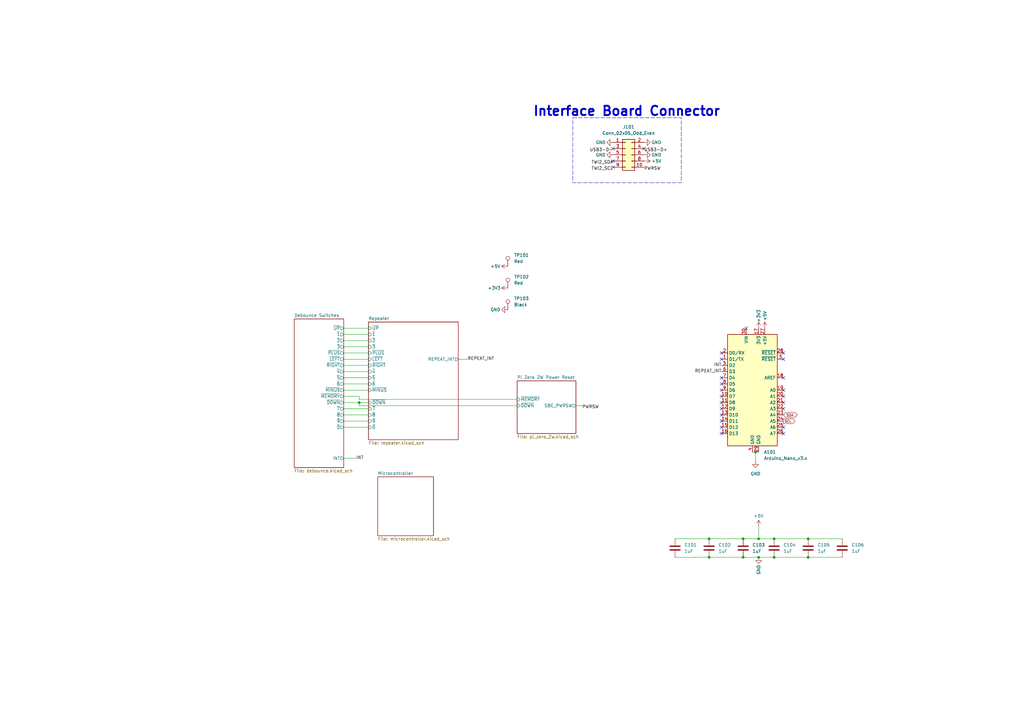
<source format=kicad_sch>
(kicad_sch (version 20250114) (generator "eeschema") (generator_version "9.0")
  (paper "A3")
  (title_block (title "MEP MAXI 85V-1 REV 2 Keypad") (date "2025-02-01") (rev "X1") (company "McMillan Enterprises") (comment 1 "Firmware: Connor McMillan (connor@mcmillan.website)") (comment 2 "Hardware &"))
  (lib_symbols
    (symbol "Connector:TestPoint" (pin_numbers (hide yes)) (pin_names (offset 0.762) (hide yes))
      (property "Reference" "TP" (at 0 6.858 0))
      (property "Value" "TestPoint" (at 0 5.08 0))
      (symbol "TestPoint_0_1"
        (circle (center 0 3.302) (radius 0.762))
      )
      (symbol "TestPoint_1_1"
        (pin passive line (at 0 0 90) (length 2.54) (name "1") (number "1"))
      )
    )
    (symbol "Connector_Generic:Conn_02x05_Odd_Even" (pin_names (offset 1.016) (hide yes))
      (property "Reference" "J" (at 1.27 7.62 0))
      (property "Value" "Conn_02x05_Odd_Even" (at 1.27 -7.62 0))
      (symbol "Conn_02x05_Odd_Even_1_1"
        (rectangle (start -1.27 6.35) (end 3.81 -6.35) (stroke (width 0.254)) (fill (type background)))
        (rectangle (start -1.27 5.207) (end 0 4.953) (stroke (width 0.1524)))
        (rectangle (start -1.27 2.667) (end 0 2.413) (stroke (width 0.1524)))
        (rectangle (start -1.27 0.127) (end 0 -0.127) (stroke (width 0.1524)))
        (rectangle (start -1.27 -2.413) (end 0 -2.667) (stroke (width 0.1524)))
        (rectangle (start -1.27 -4.953) (end 0 -5.207) (stroke (width 0.1524)))
        (rectangle (start 3.81 5.207) (end 2.54 4.953) (stroke (width 0.1524)))
        (rectangle (start 3.81 2.667) (end 2.54 2.413) (stroke (width 0.1524)))
        (rectangle (start 3.81 0.127) (end 2.54 -0.127) (stroke (width 0.1524)))
        (rectangle (start 3.81 -2.413) (end 2.54 -2.667) (stroke (width 0.1524)))
        (rectangle (start 3.81 -4.953) (end 2.54 -5.207) (stroke (width 0.1524)))
        (pin passive line (at -5.08 5.08 0) (length 3.81) (name "Pin_1") (number "1"))
        (pin passive line (at -5.08 2.54 0) (length 3.81) (name "Pin_3") (number "3"))
        (pin passive line (at -5.08 0 0) (length 3.81) (name "Pin_5") (number "5"))
        (pin passive line (at -5.08 -2.54 0) (length 3.81) (name "Pin_7") (number "7"))
        (pin passive line (at -5.08 -5.08 0) (length 3.81) (name "Pin_9") (number "9"))
        (pin passive line (at 7.62 5.08 180) (length 3.81) (name "Pin_2") (number "2"))
        (pin passive line (at 7.62 2.54 180) (length 3.81) (name "Pin_4") (number "4"))
        (pin passive line (at 7.62 0 180) (length 3.81) (name "Pin_6") (number "6"))
        (pin passive line (at 7.62 -2.54 180) (length 3.81) (name "Pin_8") (number "8"))
        (pin passive line (at 7.62 -5.08 180) (length 3.81) (name "Pin_10") (number "10"))
      )
    )
    (symbol "Device:C" (pin_numbers (hide yes)) (pin_names (offset 0.254))
      (property "Reference" "C" (at 0.635 2.54 0))
      (property "Value" "C" (at 0.635 -2.54 0))
      (symbol "C_0_1"
        (polyline (pts (xy -2.032 0.762) (xy 2.032 0.762)) (stroke (width 0.508)))
        (polyline (pts (xy -2.032 -0.762) (xy 2.032 -0.762)) (stroke (width 0.508)))
      )
      (symbol "C_1_1"
        (pin passive line (at 0 3.81 270) (length 2.794) (name "~") (number "1"))
        (pin passive line (at 0 -3.81 90) (length 2.794) (name "~") (number "2"))
      )
    )
    (symbol "MCU_Module:Arduino_Nano_v3.x"
      (property "Reference" "A" (at -10.16 23.495 0))
      (property "Value" "Arduino_Nano_v3.x" (at 5.08 -24.13 0))
      (symbol "Arduino_Nano_v3.x_0_1"
        (rectangle (start -10.16 22.86) (end 10.16 -22.86) (stroke (width 0.254)) (fill (type background)))
      )
      (symbol "Arduino_Nano_v3.x_1_1"
        (pin bidirectional line (at -12.7 15.24 0) (length 2.54) (name "D0/RX") (number "2"))
        (pin bidirectional line (at -12.7 12.7 0) (length 2.54) (name "D1/TX") (number "1"))
        (pin bidirectional line (at -12.7 10.16 0) (length 2.54) (name "D2") (number "5"))
        (pin bidirectional line (at -12.7 7.62 0) (length 2.54) (name "D3") (number "6"))
        (pin bidirectional line (at -12.7 5.08 0) (length 2.54) (name "D4") (number "7"))
        (pin bidirectional line (at -12.7 2.54 0) (length 2.54) (name "D5") (number "8"))
        (pin bidirectional line (at -12.7 0 0) (length 2.54) (name "D6") (number "9"))
        (pin bidirectional line (at -12.7 -2.54 0) (length 2.54) (name "D7") (number "10"))
        (pin bidirectional line (at -12.7 -5.08 0) (length 2.54) (name "D8") (number "11"))
        (pin bidirectional line (at -12.7 -7.62 0) (length 2.54) (name "D9") (number "12"))
        (pin bidirectional line (at -12.7 -10.16 0) (length 2.54) (name "D10") (number "13"))
        (pin bidirectional line (at -12.7 -12.7 0) (length 2.54) (name "D11") (number "14"))
        (pin bidirectional line (at -12.7 -15.24 0) (length 2.54) (name "D12") (number "15"))
        (pin bidirectional line (at -12.7 -17.78 0) (length 2.54) (name "D13") (number "16"))
        (pin power_in line (at -2.54 25.4 270) (length 2.54) (name "VIN") (number "30"))
        (pin power_in line (at 0 -25.4 90) (length 2.54) (name "GND") (number "4"))
        (pin power_out line (at 2.54 25.4 270) (length 2.54) (name "3V3") (number "17"))
        (pin power_in line (at 2.54 -25.4 90) (length 2.54) (name "GND") (number "29"))
        (pin power_out line (at 5.08 25.4 270) (length 2.54) (name "+5V") (number "27"))
        (pin input line (at 12.7 15.24 180) (length 2.54) (name "~{RESET}") (number "28"))
        (pin input line (at 12.7 12.7 180) (length 2.54) (name "~{RESET}") (number "3"))
        (pin input line (at 12.7 5.08 180) (length 2.54) (name "AREF") (number "18"))
        (pin bidirectional line (at 12.7 0 180) (length 2.54) (name "A0") (number "19"))
        (pin bidirectional line (at 12.7 -2.54 180) (length 2.54) (name "A1") (number "20"))
        (pin bidirectional line (at 12.7 -5.08 180) (length 2.54) (name "A2") (number "21"))
        (pin bidirectional line (at 12.7 -7.62 180) (length 2.54) (name "A3") (number "22"))
        (pin bidirectional line (at 12.7 -10.16 180) (length 2.54) (name "A4") (number "23"))
        (pin bidirectional line (at 12.7 -12.7 180) (length 2.54) (name "A5") (number "24"))
        (pin bidirectional line (at 12.7 -15.24 180) (length 2.54) (name "A6") (number "25"))
        (pin bidirectional line (at 12.7 -17.78 180) (length 2.54) (name "A7") (number "26"))
      )
    )
    (symbol "power:+3V3" (power) (pin_numbers (hide yes)) (pin_names (offset 0) (hide yes))
      (property "Value" "+3V3" (at 0 3.556 0))
      (symbol "+3V3_0_1"
        (polyline (pts (xy -0.762 1.27) (xy 0 2.54)))
        (polyline (pts (xy 0 2.54) (xy 0.762 1.27)))
        (polyline (pts (xy 0 0) (xy 0 2.54)))
      )
      (symbol "+3V3_1_1"
        (pin power_in line (at 0 0 90) (length 0) (name "~") (number "1"))
      )
    )
    (symbol "power:+5V" (power) (pin_numbers (hide yes)) (pin_names (offset 0) (hide yes))
      (property "Value" "+5V" (at 0 3.556 0))
      (symbol "+5V_0_1"
        (polyline (pts (xy -0.762 1.27) (xy 0 2.54)))
        (polyline (pts (xy 0 2.54) (xy 0.762 1.27)))
        (polyline (pts (xy 0 0) (xy 0 2.54)))
      )
      (symbol "+5V_1_1"
        (pin power_in line (at 0 0 90) (length 0) (name "~") (number "1"))
      )
    )
    (symbol "power:GND" (power) (pin_numbers (hide yes)) (pin_names (offset 0) (hide yes))
      (property "Value" "GND" (at 0 -3.81 0))
      (symbol "GND_0_1"
        (polyline (pts (xy 0 0) (xy 0 -1.27) (xy 1.27 -1.27) (xy 0 -2.54) (xy -1.27 -1.27) (xy 0 -1.27)))
      )
      (symbol "GND_1_1"
        (pin power_in line (at 0 0 270) (length 0) (name "~") (number "1"))
      )
    )
  )
  (polyline (pts (xy 385.1279 266.7468) (xy 385.1838 266.752) (xy 385.2364 266.7605) (xy 385.2855 266.7724) (xy 385.3088 266.7796) (xy 385.3311 266.7876) (xy 385.3526 266.7963) (xy 385.3732 266.8059) (xy 385.3928 266.8163) (xy 385.4115 266.8274) (xy 385.4293 266.8394) (xy 385.4462 266.852) (xy 385.4621 266.8655) (xy 385.477 266.8797) (xy 385.491 266.8946) (xy 385.504 266.9103) (xy 385.516 266.9267) (xy 385.527 266.9438) (xy 385.537 266.9617) (xy 385.546 266.9802) (xy 385.554 266.9995) (xy 385.5609 267.0194) (xy 385.5668 267.04) (xy 385.5716 267.0614) (xy 385.5754 267.0833) (xy 385.5781 267.106) (xy 385.5798 267.1293) (xy 385.5803 267.1532) (xy 385.5796 267.1862) (xy 385.5774 267.2183) (xy 385.5738 267.2495) (xy 385.5688 267.2798) (xy 385.5623 267.3091) (xy 385.5545 267.3376) (xy 385.5454 267.3651) (xy 385.5348 267.3916) (xy 385.523 267.4172) (xy 385.5099 267.4418) (xy 385.4954 267.4655) (xy 385.4797 267.4881) (xy 385.4628 267.5098) (xy 385.4446 267.5304) (xy 385.4252 267.55) (xy 385.4046 267.5686) (xy 385.3829 267.5861) (xy 385.3599 267.6026) (xy 385.3358 267.618) (xy 385.3107 267.6324) (xy 385.2843 267.6456) (xy 385.257 267.6578) (xy 385.2285 267.6688) (xy 385.199 267.6788) (xy 385.1684 267.6876) (xy 385.1369 267.6952) (xy 385.1043 267.7017) (xy 385.0708 267.7071) (xy 385.0363 267.7113) (xy 385.0009 267.7143) (xy 384.9645 267.7161) (xy 384.9273 267.7167) (xy 384.5549 267.7167) (xy 384.4712 268.1388) (xy 384.2722 268.1388) (xy 384.3913 267.5434) (xy 384.5908 267.5434) (xy 384.9312 267.5434) (xy 384.9832 267.5419) (xy 385.0323 267.5375) (xy 385.0785 267.5301) (xy 385.1217 267.5197) (xy 385.1421 267.5134) (xy 385.1618 267.5064) (xy 385.1807 267.4987) (xy 385.1988 267.4902) (xy 385.2161 267.481) (xy 385.2325 267.4711) (xy 385.2482 267.4605) (xy 385.263 267.4491) (xy 385.277 267.437) (xy 385.2902 267.4243) (xy 385.3025 267.4108) (xy 385.314 267.3965) (xy 385.3245 267.3816) (xy 385.3342 267.366) (xy 385.3431 267.3497) (xy 385.351 267.3326) (xy 385.358 267.3149) (xy 385.3641 267.2964) (xy 385.3693 267.2773) (xy 385.3736 267.2574) (xy 385.3769 267.2369) (xy 385.3793 267.2157) (xy 385.3808 267.1937) (xy 385.3813 267.1711) (xy 385.3809 267.1557) (xy 385.3799 267.1407) (xy 385.3781 267.1262) (xy 385.3757 267.1122) (xy 385.3726 267.0987) (xy 385.3688 267.0857) (xy 385.3644 267.0731) (xy 385.3593 267.0611) (xy 385.3535 267.0495) (xy 385.3471 267.0384) (xy 385.34 267.0277) (xy 385.3323 267.0176) (xy 385.324 267.008) (xy 385.315 266.9988) (xy 385.3054 266.9902) (xy 385.2951 266.982) (xy 385.2843 266.9743) (xy 385.2728 266.9671) (xy 385.2607 266.9604) (xy 385.248 266.9542) (xy 385.2348 266.9485) (xy 385.2209 266.9432) (xy 385.2064 266.9385) (xy 385.1914 266.9343) (xy 385.1758 266.9305) (xy 385.1596 266.9273) (xy 385.1428 266.9245) (xy 385.1255 266.9223) (xy 385.1076 266.9205) (xy 385.0892 266.9193) (xy 385.0703 266.9185) (xy 385.0507 266.9183) (xy 384.7162 266.9183) (xy 384.5908 267.5434) (xy 384.3913 267.5434) (xy 384.5509 266.745) (xy 385.0686 266.745) (xy 385.1279 266.7468)) (stroke (width -0.0001) (type solid)) (fill (type outline)))
  (polyline (pts (xy 391.1634 261.2772) (xy 391.9974 261.2772) (xy 391.2404 265.0624) (xy 393.5885 265.0624) (xy 393.4473 265.768) (xy 390.2652 265.768) (xy 391.1634 261.2772) (xy 391.1634 261.2772)) (stroke (width -0.0001) (type solid)) (fill (type outline)))
  (polyline (pts (xy 387.3207 261.2772) (xy 388.1546 261.2772) (xy 387.3976 265.0624) (xy 389.7457 265.0624) (xy 389.6046 265.768) (xy 386.4224 265.768) (xy 387.3207 261.2772) (xy 387.3207 261.2772)) (stroke (width -0.0001) (type solid)) (fill (type outline)))
  (polyline (pts (xy 376.5896 261.2161) (xy 376.7285 261.2253) (xy 376.8635 261.2405) (xy 376.9943 261.2617) (xy 377.1207 261.2889) (xy 377.2425 261.322) (xy 377.3594 261.3608) (xy 377.4711 261.4055) (xy 377.5776 261.4558) (xy 377.6785 261.5119) (xy 377.7736 261.5735) (xy 377.8626 261.6406) (xy 377.9454 261.7133) (xy 378.0216 261.7914) (xy 378.0911 261.8748) (xy 378.1536 261.9636) (xy 377.5506 262.4705) (xy 377.5032 262.4085) (xy 377.4525 262.3502) (xy 377.3985 262.2956) (xy 377.3702 262.2698) (xy 377.3411 262.2448) (xy 377.3112 262.2208) (xy 377.2804 262.1978) (xy 377.2488 262.1757) (xy 377.2164 262.1546) (xy 377.1831 262.1344) (xy 377.149 262.1153) (xy 377.114 262.0971) (xy 377.0782 262.0799) (xy 377.004 262.0485) (xy 376.9265 262.0212) (xy 376.8455 261.9979) (xy 376.7611 261.9787) (xy 376.6733 261.9638) (xy 376.5821 261.953) (xy 376.4874 261.9465) (xy 376.3893 261.9444) (xy 376.2829 261.9469) (xy 376.1791 261.9543) (xy 376.0779 261.9666) (xy 375.9794 261.9836) (xy 375.8836 262.0052) (xy 375.7906 262.0312) (xy 375.7004 262.0616) (xy 375.6131 262.0961) (xy 375.5288 262.1348) (xy 375.4474 262.1774) (xy 375.3691 262.2238) (xy 375.2939 262.2739) (xy 375.2219 262.3276) (xy 375.1531 262.3847) (xy 375.0875 262.4452) (xy 375.0252 262.5089) (xy 374.9663 262.5757) (xy 374.9108 262.6455) (xy 374.8588 262.718) (xy 374.8103 262.7933) (xy 374.7654 262.8712) (xy 374.7241 262.9515) (xy 374.6865 263.0341) (xy 374.6526 263.119) (xy 374.6225 263.206) (xy 374.5963 263.2949) (xy 374.5739 263.3856) (xy 374.5555 263.4781) (xy 374.5411 263.5722) (xy 374.5307 263.6677) (xy 374.5245 263.7645) (xy 374.5224 263.8626) (xy 374.5238 263.9316) (xy 374.5281 263.9992) (xy 374.5352 264.0651) (xy 374.5451 264.1295) (xy 374.5579 264.1922) (xy 374.5734 264.2532) (xy 374.5918 264.3125) (xy 374.6129 264.3701) (xy 374.6368 264.4258) (xy 374.6635 264.4796) (xy 374.6929 264.5315) (xy 374.725 264.5815) (xy 374.7599 264.6294) (xy 374.7975 264.6753) (xy 374.8378 264.7191) (xy 374.8808 264.7608) (xy 374.9265 264.8003) (xy 374.9749 264.8376) (xy 375.026 264.8726) (xy 375.0797 264.9053) (xy 375.136 264.9356) (xy 375.195 264.9636) (xy 375.2566 264.9891) (xy 375.3208 265.0121) (xy 375.3876 265.0325) (xy 375.457 265.0504) (xy 375.529 265.0656) (xy 375.6036 265.0782) (xy 375.6807 265.088) (xy 375.7604 265.0951) (xy 375.8427 265.0994) (xy 375.9274 265.1009) (xy 376.0205 265.0989) (xy 376.112 265.093) (xy 376.2019 265.0832) (xy 376.2902 265.0693) (xy 376.3768 265.0514) (xy 376.4616 265.0295) (xy 376.5447 265.0035) (xy 376.6259 264.9733) (xy 376.7053 264.9391) (xy 376.7827 264.9007) (xy 376.8581 264.8581) (xy 376.9315 264.8112) (xy 377.0029 264.7602) (xy 377.0721 264.7048) (xy 377.1392 264.6452) (xy 377.2041 264.5812) (xy 377.6916 265.1072) (xy 377.6074 265.1978) (xy 377.5183 265.2821) (xy 377.4247 265.36) (xy 377.3266 265.4316) (xy 377.2242 265.4971) (xy 377.1176 265.5565) (xy 377.0072 265.6099) (xy 376.8929 265.6574) (xy 376.7751 265.699) (xy 376.6538 265.7348) (xy 376.5292 265.7649) (xy 376.4015 265.7893) (xy 376.2709 265.8082) (xy 376.1376 265.8216) (xy 376.0016 265.8296) (xy 375.8632 265.8322) (xy 375.7367 265.8299) (xy 375.6135 265.8232) (xy 375.4937 265.8119) (xy 375.3772 265.7964) (xy 375.2641 265.7765) (xy 375.1545 265.7525) (xy 375.0484 265.7244) (xy 374.9459 265.6922) (xy 374.847 265.656) (xy 374.7518 265.616) (xy 374.6603 265.5722) (xy 374.5725 265.5247) (xy 374.4886 265.4735) (xy 374.4085 265.4188) (xy 374.3324 265.3605) (xy 374.2601 265.2989) (xy 374.1919 265.234) (xy 374.1278 265.1658) (xy 374.0677 265.0944) (xy 374.0118 265.0199) (xy 373.9601 264.9424) (xy 373.9126 264.862) (xy 373.8695 264.7788) (xy 373.8306 264.6927) (xy 373.7962 264.604) (xy 373.7662 264.5126) (xy 373.7406 264.4187) (xy 373.7196 264.3224) (xy 373.7032 264.2236) (xy 373.6914 264.1226) (xy 373.6843 264.0193) (xy 373.682 263.9139) (xy 373.6852 263.7724) (xy 373.6947 263.633) (xy 373.7105 263.496) (xy 373.7324 263.3613) (xy 373.7603 263.2293) (xy 373.7942 263.1001) (xy 373.8339 262.9737) (xy 373.8794 262.8505) (xy 373.9306 262.7304) (xy 373.9873 262.6138) (xy 374.0495 262.5006) (xy 374.117 262.3912) (xy 374.1899 262.2856) (xy 374.2679 262.1839) (xy 374.3509 262.0865) (xy 374.439 261.9933) (xy 374.5319 261.9046) (xy 374.6297 261.8205) (xy 374.7321 261.7411) (xy 374.8391 261.6667) (xy 374.9507 261.5973) (xy 375.0666 261.5332) (xy 375.1869 261.4744) (xy 375.3113 261.4212) (xy 375.4399 261.3737) (xy 375.5725 261.332) (xy 375.709 261.2963) (xy 375.8493 261.2667) (xy 375.9934 261.2434) (xy 376.1411 261.2266) (xy 376.2924 261.2164) (xy 376.4471 261.213) (xy 376.5896 261.2161)) (stroke (width -0.0001) (type solid)) (fill (type outline)))
  (polyline (pts (xy 387.4406 266.7468) (xy 387.4968 266.752) (xy 387.5497 266.7605) (xy 387.599 266.7724) (xy 387.6224 266.7796) (xy 387.6449 266.7876) (xy 387.6664 266.7963) (xy 387.6871 266.8059) (xy 387.7068 266.8163) (xy 387.7256 266.8274) (xy 387.7434 266.8394) (xy 387.7603 266.852) (xy 387.7763 266.8655) (xy 387.7913 266.8797) (xy 387.8053 266.8946) (xy 387.8183 266.9103) (xy 387.8303 266.9267) (xy 387.8414 266.9438) (xy 387.8514 266.9617) (xy 387.8604 266.9802) (xy 387.8684 266.9995) (xy 387.8753 267.0194) (xy 387.8812 267.04) (xy 387.8861 267.0614) (xy 387.8899 267.0833) (xy 387.8926 267.106) (xy 387.8942 267.1293) (xy 387.8948 267.1532) (xy 387.8929 267.2041) (xy 387.8907 267.2287) (xy 387.8876 267.2527) (xy 387.8836 267.2763) (xy 387.8787 267.2992) (xy 387.873 267.3217) (xy 387.8664 267.3435) (xy 387.859 267.3648) (xy 387.8507 267.3855) (xy 387.8416 267.4056) (xy 387.8317 267.4252) (xy 387.821 267.4442) (xy 387.8096 267.4625) (xy 387.7973 267.4803) (xy 387.7842 267.4974) (xy 387.7704 267.514) (xy 387.7558 267.5299) (xy 387.7405 267.5452) (xy 387.7244 267.5599) (xy 387.7076 267.5739) (xy 387.69 267.5873) (xy 387.6718 267.6) (xy 387.6528 267.6121) (xy 387.6128 267.6344) (xy 387.57 267.6539) (xy 387.5246 267.6707) (xy 387.4766 267.6848) (xy 387.7314 268.1388) (xy 387.5204 268.1388) (xy 387.2775 267.7127) (xy 386.8673 267.7127) (xy 386.7837 268.1388) (xy 386.5826 268.1388) (xy 386.7017 267.5434) (xy 386.9012 267.5434) (xy 387.2456 267.5434) (xy 387.2976 267.5419) (xy 387.3467 267.5375) (xy 387.3929 267.5301) (xy 387.4361 267.5197) (xy 387.4565 267.5134) (xy 387.4762 267.5064) (xy 387.495 267.4987) (xy 387.5131 267.4902) (xy 387.5304 267.481) (xy 387.5469 267.4711) (xy 387.5626 267.4605) (xy 387.5774 267.4491) (xy 387.5914 267.437) (xy 387.6046 267.4243) (xy 387.6169 267.4108) (xy 387.6283 267.3965) (xy 387.6389 267.3816) (xy 387.6486 267.366) (xy 387.6574 267.3497) (xy 387.6653 267.3326) (xy 387.6724 267.3149) (xy 387.6785 267.2964) (xy 387.6837 267.2773) (xy 387.688 267.2574) (xy 387.6913 267.2369) (xy 387.6937 267.2157) (xy 387.6951 267.1937) (xy 387.6956 267.1711) (xy 387.6953 267.1557) (xy 387.6942 267.1407) (xy 387.6925 267.1262) (xy 387.6901 267.1122) (xy 387.687 267.0987) (xy 387.6832 267.0857) (xy 387.6787 267.0731) (xy 387.6736 267.0611) (xy 387.6678 267.0495) (xy 387.6614 267.0384) (xy 387.6543 267.0277) (xy 387.6466 267.0176) (xy 387.6382 267.008) (xy 387.6292 266.9988) (xy 387.6195 266.9902) (xy 387.6093 266.982) (xy 387.5984 266.9743) (xy 387.5868 266.9671) (xy 387.5747 266.9604) (xy 387.5619 266.9542) (xy 387.5486 266.9485) (xy 387.5346 266.9432) (xy 387.5201 266.9385) (xy 387.5049 266.9343) (xy 387.4892 266.9305) (xy 387.4729 266.9273) (xy 387.456 266.9245) (xy 387.4385 266.9223) (xy 387.4205 266.9205) (xy 387.4019 266.9193) (xy 387.3828 266.9185) (xy 387.3631 266.9183) (xy 387.0266 266.9183) (xy 386.9012 267.5434) (xy 386.7017 267.5434) (xy 386.8613 266.745) (xy 387.381 266.745) (xy 387.4406 266.7468)) (stroke (width -0.0001) (type solid)) (fill (type outline)))
  (polyline (pts (xy 398.3679 265.768) (xy 397.5403 265.768) (xy 397.3029 264.7287) (xy 395.0446 264.7287) (xy 394.3967 265.768) (xy 393.5049 265.768) (xy 394.6058 264.0743) (xy 395.4552 264.0743) (xy 397.1489 264.0743) (xy 396.6934 262.0983) (xy 395.4552 264.0743) (xy 394.6058 264.0743) (xy 396.424 261.2772) (xy 397.2516 261.2772) (xy 398.3679 265.768)) (stroke (width -0.0001) (type solid)) (fill (type outline)))
  (polyline (pts (xy 376.1996 267.8182) (xy 376.4126 266.745) (xy 376.6117 266.745) (xy 376.333 268.1388) (xy 376.1697 268.1388) (xy 375.5464 267.0656) (xy 375.3333 268.1388) (xy 375.1343 268.1388) (xy 375.413 266.745) (xy 375.5763 266.745) (xy 376.1996 267.8182)) (stroke (width -0.0001) (type solid)) (fill (type outline)))
  (rectangle (start 234.95 48.26) (end 279.4 74.93) (stroke (width 0) (type dash)))
  (polyline (pts (xy 393.7901 266.9183) (xy 393.0036 266.9183) (xy 392.918 267.3463) (xy 393.6189 267.3463) (xy 393.585 267.5156) (xy 392.8841 267.5156) (xy 392.7945 267.9656) (xy 393.6089 267.9656) (xy 393.5751 268.1388) (xy 392.5616 268.1388) (xy 392.8403 266.745) (xy 393.824 266.745) (xy 393.7901 266.9183)) (stroke (width -0.0001) (type solid)) (fill (type outline)))
  (polyline (pts (xy 370.1265 264.0944) (xy 372.7347 260.7468) (xy 372.7404 260.7468) (xy 370.1265 264.0944)) (stroke (width -0.0001) (type solid)) (fill (type outline)))
  (polyline (pts (xy 395.5093 266.7296) (xy 395.5411 266.731) (xy 395.5725 266.7334) (xy 395.6036 266.7368) (xy 395.6342 266.7411) (xy 395.6644 266.7463) (xy 395.694 266.7524) (xy 395.7229 266.7595) (xy 395.7512 266.7674) (xy 395.7788 266.7762) (xy 395.8056 266.7858) (xy 395.8315 266.7963) (xy 395.8565 266.8076) (xy 395.8805 266.8198) (xy 395.9034 266.8328) (xy 395.9253 266.8466) (xy 395.8457 267.0098) (xy 395.8259 266.9964) (xy 395.8055 266.9839) (xy 395.7844 266.9722) (xy 395.7627 266.9613) (xy 395.7405 266.9513) (xy 395.7177 266.9422) (xy 395.6944 266.9339) (xy 395.6707 266.9265) (xy 395.6465 266.9199) (xy 395.6219 266.9142) (xy 395.5969 266.9094) (xy 395.5715 266.9054) (xy 395.5459 266.9023) (xy 395.5199 266.9001) (xy 395.4937 266.8988) (xy 395.4673 266.8984) (xy 395.4254 266.8995) (xy 395.3855 266.9028) (xy 395.3477 266.9083) (xy 395.3122 266.9159) (xy 395.279 266.9255) (xy 395.2483 266.937) (xy 395.22 266.9504) (xy 395.1943 266.9655) (xy 395.1713 266.9824) (xy 395.1608 266.9915) (xy 395.1511 267.001) (xy 395.142 267.0109) (xy 395.1337 267.0211) (xy 395.1261 267.0318) (xy 395.1193 267.0428) (xy 395.1132 267.0542) (xy 395.1079 267.0659) (xy 395.1034 267.078) (xy 395.0997 267.0904) (xy 395.0968 267.1031) (xy 395.0947 267.1162) (xy 395.0934 267.1296) (xy 395.093 267.1432) (xy 395.095 267.1694) (xy 395.101 267.1933) (xy 395.1107 267.215) (xy 395.1237 267.2347) (xy 395.1399 267.2526) (xy 395.159 267.2689) (xy 395.1806 267.2837) (xy 395.2047 267.2973) (xy 395.2308 267.3098) (xy 395.2588 267.3214) (xy 395.3192 267.3427) (xy 395.4504 267.3827) (xy 395.5171 267.4042) (xy 395.5817 267.4288) (xy 395.6125 267.4426) (xy 395.642 267.4578) (xy 395.67 267.4744) (xy 395.6961 267.4927) (xy 395.7202 267.5128) (xy 395.7419 267.535) (xy 395.7609 267.5594) (xy 395.7771 267.5861) (xy 395.7902 267.6155) (xy 395.7998 267.6475) (xy 395.8058 267.6826) (xy 395.8078 267.7207) (xy 395.8071 267.7458) (xy 395.805 267.7702) (xy 395.8015 267.794) (xy 395.7967 267.8171) (xy 395.7906 267.8395) (xy 395.7831 267.8613) (xy 395.7744 267.8824) (xy 395.7645 267.9028) (xy 395.7533 267.9224) (xy 395.7409 267.9414) (xy 395.7274 267.9596) (xy 395.7127 267.977) (xy 395.6969 267.9938) (xy 395.68 268.0097) (xy 395.6621 268.0249) (xy 395.6431 268.0393) (xy 395.623 268.0529) (xy 395.602 268.0657) (xy 395.5801 268.0777) (xy 395.5572 268.0888) (xy 395.5334 268.0992) (xy 395.5087 268.1087) (xy 395.4831 268.1173) (xy 395.4567 268.125) (xy 395.4295 268.1319) (xy 395.4015 268.1379) (xy 395.3727 268.143) (xy 395.3432 268.1472) (xy 395.313 268.1505) (xy 395.2821 268.1529) (xy 395.2506 268.1543) (xy 395.2184 268.1548) (xy 395.1786 268.1539) (xy 395.139 268.1514) (xy 395.0999 268.1474) (xy 395.0613 268.1418) (xy 395.0235 268.1348) (xy 394.9865 268.1264) (xy 394.9506 268.1168) (xy 394.9158 268.106) (xy 394.8823 268.0941) (xy 394.8503 268.0811) (xy 394.8198 268.0671) (xy 394.7911 268.0523) (xy 394.7643 268.0366) (xy 394.7396 268.0202) (xy 394.717 268.0032) (xy 394.6967 267.9855) (xy 394.7843 267.8262) (xy 394.8049 267.8441) (xy 394.827 267.8611) (xy 394.8504 267.8771) (xy 394.8751 267.8923) (xy 394.9011 267.9064) (xy 394.9281 267.9195) (xy 394.9561 267.9315) (xy 394.985 267.9425) (xy 395.0147 267.9522) (xy 395.045 267.9608) (xy 395.076 267.9682) (xy 395.1075 267.9743) (xy 395.1394 267.9792) (xy 395.1715 267.9827) (xy 395.2039 267.9848) (xy 395.2363 267.9855) (xy 395.2776 267.9845) (xy 395.3171 267.9815) (xy 395.3546 267.9766) (xy 395.3901 267.9698) (xy 395.4233 267.961) (xy 395.4543 267.9504) (xy 395.4828 267.938) (xy 395.5089 267.9238) (xy 395.5323 267.9078) (xy 395.5429 267.8991) (xy 395.5529 267.89) (xy 395.5622 267.8805) (xy 395.5707 267.8706) (xy 395.5785 267.8602) (xy 395.5855 267.8494) (xy 395.5917 267.8382) (xy 395.5972 267.8266) (xy 395.6019 267.8146) (xy 395.6057 267.8022) (xy 395.6087 267.7894) (xy 395.6109 267.7761) (xy 395.6122 267.7625) (xy 395.6127 267.7485) (xy 395.6106 267.7225) (xy 395.6046 267.6989) (xy 395.595 267.6775) (xy 395.5819 267.6581) (xy 395.5658 267.6406) (xy 395.5467 267.6246) (xy 395.525 267.6101) (xy 395.501 267.5968) (xy 395.4748 267.5847) (xy 395.4469 267.5733) (xy 395.3865 267.5525) (xy 395.2553 267.5131) (xy 395.1886 267.4914) (xy 395.124 267.4664) (xy 395.0932 267.4521) (xy 395.0637 267.4365) (xy 395.0357 267.4192) (xy 395.0096 267.4002) (xy 394.9855 267.3792) (xy 394.9639 267.3561) (xy 394.9448 267.3306) (xy 394.9286 267.3025) (xy 394.9156 267.2717) (xy 394.9059 267.238) (xy 394.8999 267.2012) (xy 394.8979 267.1611) (xy 394.8986 267.1364) (xy 394.9007 267.1123) (xy 394.9041 267.0888) (xy 394.9088 267.066) (xy 394.9149 267.0437) (xy 394.9222 267.0222) (xy 394.9307 267.0013) (xy 394.9405 266.9811) (xy 394.9515 266.9615) (xy 394.9637 266.9427) (xy 394.977 266.9246) (xy 394.9914 266.9072) (xy 395.007 266.8905) (xy 395.0236 266.8746) (xy 395.0412 266.8594) (xy 395.0599 266.845) (xy 395.0796 266.8314) (xy 395.1002 266.8186) (xy 395.1218 266.8066) (xy 395.1443 266.7954) (xy 395.1677 266.7851) (xy 395.192 266.7755) (xy 395.2172 266.7669) (xy 395.2431 266.7591) (xy 395.2699 266.7521) (xy 395.2974 266.7461) (xy 395.3257 266.7409) (xy 395.3546 266.7367) (xy 395.3843 266.7334) (xy 395.4147 266.731) (xy 395.4457 266.7295) (xy 395.4773 266.7291) (xy 395.5093 266.7296)) (stroke (width -0.0001) (type solid)) (fill (type outline)))
  (polyline (pts (xy 370.1265 264.0944) (xy 372.7347 260.7468) (xy 372.7404 260.7468) (xy 370.1265 264.0944)) (stroke (width -0.0001) (type solid)) (fill (type outline)))
  (polyline (pts (xy 378.8385 266.9183) (xy 378.3626 266.9183) (xy 378.1177 268.1388) (xy 377.9206 268.1388) (xy 378.1635 266.9183) (xy 377.6876 266.9183) (xy 377.7215 266.745) (xy 378.8744 266.745) (xy 378.8385 266.9183)) (stroke (width -0.0001) (type solid)) (fill (type outline)))
  (polyline (pts (xy 391.1535 266.7296) (xy 391.1852 266.731) (xy 391.2167 266.7334) (xy 391.2477 266.7368) (xy 391.2784 266.7411) (xy 391.3085 266.7463) (xy 391.3381 266.7524) (xy 391.3671 266.7595) (xy 391.3954 266.7674) (xy 391.423 266.7762) (xy 391.4497 266.7858) (xy 391.4756 266.7963) (xy 391.5006 266.8076) (xy 391.5246 266.8198) (xy 391.5476 266.8328) (xy 391.5694 266.8466) (xy 391.4898 267.0098) (xy 391.47 266.9964) (xy 391.4496 266.9839) (xy 391.4285 266.9722) (xy 391.4069 266.9613) (xy 391.3846 266.9513) (xy 391.3619 266.9422) (xy 391.3386 266.9339) (xy 391.3148 266.9265) (xy 391.2906 266.9199) (xy 391.266 266.9142) (xy 391.241 266.9094) (xy 391.2157 266.9054) (xy 391.19 266.9023) (xy 391.1641 266.9001) (xy 391.1379 266.8988) (xy 391.1115 266.8984) (xy 391.0695 266.8995) (xy 391.0296 266.9028) (xy 390.9919 266.9083) (xy 390.9564 266.9159) (xy 390.9232 266.9255) (xy 390.8924 266.937) (xy 390.8641 266.9504) (xy 390.8384 266.9655) (xy 390.8154 266.9824) (xy 390.805 266.9915) (xy 390.7952 267.001) (xy 390.7862 267.0109) (xy 390.7778 267.0211) (xy 390.7703 267.0318) (xy 390.7634 267.0428) (xy 390.7574 267.0542) (xy 390.7521 267.0659) (xy 390.7475 267.078) (xy 390.7438 267.0904) (xy 390.7409 267.1031) (xy 390.7388 267.1162) (xy 390.7376 267.1296) (xy 390.7371 267.1432) (xy 390.7392 267.1694) (xy 390.7452 267.1933) (xy 390.7548 267.215) (xy 390.7679 267.2347) (xy 390.784 267.2526) (xy 390.8031 267.2689) (xy 390.8248 267.2837) (xy 390.8488 267.2973) (xy 390.875 267.3098) (xy 390.9029 267.3214) (xy 390.9633 267.3427) (xy 391.0946 267.3827) (xy 391.1612 267.4042) (xy 391.2258 267.4288) (xy 391.2566 267.4426) (xy 391.2862 267.4578) (xy 391.3141 267.4744) (xy 391.3403 267.4927) (xy 391.3643 267.5128) (xy 391.386 267.535) (xy 391.4051 267.5594) (xy 391.4213 267.5861) (xy 391.4343 267.6155) (xy 391.4439 267.6475) (xy 391.4499 267.6826) (xy 391.452 267.7207) (xy 391.4513 267.7458) (xy 391.4492 267.7702) (xy 391.4457 267.794) (xy 391.4409 267.8171) (xy 391.4347 267.8395) (xy 391.4273 267.8613) (xy 391.4186 267.8824) (xy 391.4086 267.9028) (xy 391.3974 267.9224) (xy 391.3851 267.9414) (xy 391.3715 267.9596) (xy 391.3568 267.977) (xy 391.341 267.9938) (xy 391.3242 268.0097) (xy 391.3062 268.0249) (xy 391.2872 268.0393) (xy 391.2672 268.0529) (xy 391.2462 268.0657) (xy 391.2242 268.0777) (xy 391.2013 268.0888) (xy 391.1775 268.0992) (xy 391.1528 268.1087) (xy 391.1272 268.1173) (xy 391.1008 268.125) (xy 391.0736 268.1319) (xy 391.0456 268.1379) (xy 391.0169 268.143) (xy 390.9874 268.1472) (xy 390.9572 268.1505) (xy 390.9263 268.1529) (xy 390.8947 268.1543) (xy 390.8626 268.1548) (xy 390.8227 268.1539) (xy 390.7831 268.1514) (xy 390.744 268.1474) (xy 390.7055 268.1418) (xy 390.6676 268.1348) (xy 390.6307 268.1264) (xy 390.5947 268.1168) (xy 390.5599 268.106) (xy 390.5264 268.0941) (xy 390.4944 268.0811) (xy 390.464 268.0671) (xy 390.4353 268.0523) (xy 390.4085 268.0366) (xy 390.3837 268.0202) (xy 390.3611 268.0032) (xy 390.3409 267.9855) (xy 390.4285 267.8262) (xy 390.449 267.8441) (xy 390.4711 267.8611) (xy 390.4946 267.8771) (xy 390.5193 267.8923) (xy 390.5452 267.9064) (xy 390.5722 267.9195) (xy 390.6002 267.9315) (xy 390.6291 267.9425) (xy 390.6588 267.9522) (xy 390.6892 267.9608) (xy 390.7202 267.9682) (xy 390.7516 267.9743) (xy 390.7835 267.9792) (xy 390.8157 267.9827) (xy 390.848 267.9848) (xy 390.8805 267.9855) (xy 390.9218 267.9845) (xy 390.9612 267.9815) (xy 390.9988 267.9766) (xy 391.0342 267.9698) (xy 391.0675 267.961) (xy 391.0984 267.9504) (xy 391.127 267.938) (xy 391.153 267.9238) (xy 391.1764 267.9078) (xy 391.1871 267.8991) (xy 391.1971 267.89) (xy 391.2063 267.8805) (xy 391.2148 267.8706) (xy 391.2226 267.8602) (xy 391.2296 267.8494) (xy 391.2359 267.8382) (xy 391.2413 267.8266) (xy 391.246 267.8146) (xy 391.2499 267.8022) (xy 391.2529 267.7894) (xy 391.255 267.7761) (xy 391.2564 267.7625) (xy 391.2568 267.7485) (xy 391.2547 267.7225) (xy 391.2488 267.6989) (xy 391.2391 267.6775) (xy 391.2261 267.6581) (xy 391.2099 267.6406) (xy 391.1908 267.6246) (xy 391.1692 267.6101) (xy 391.1451 267.5968) (xy 391.119 267.5847) (xy 391.091 267.5733) (xy 391.0306 267.5525) (xy 390.8994 267.5131) (xy 390.8328 267.4914) (xy 390.7682 267.4664) (xy 390.7373 267.4521) (xy 390.7078 267.4365) (xy 390.6798 267.4192) (xy 390.6537 267.4002) (xy 390.6297 267.3792) (xy 390.608 267.3561) (xy 390.5889 267.3306) (xy 390.5727 267.3025) (xy 390.5597 267.2717) (xy 390.5501 267.238) (xy 390.5441 267.2012) (xy 390.542 267.1611) (xy 390.5427 267.1364) (xy 390.5448 267.1123) (xy 390.5482 267.0888) (xy 390.553 267.066) (xy 390.559 267.0437) (xy 390.5663 267.0222) (xy 390.5749 267.0013) (xy 390.5847 266.9811) (xy 390.5957 266.9615) (xy 390.6078 266.9427) (xy 390.6211 266.9246) (xy 390.6356 266.9072) (xy 390.6511 266.8905) (xy 390.6677 266.8746) (xy 390.6854 266.8594) (xy 390.704 266.845) (xy 390.7237 266.8314) (xy 390.7444 266.8186) (xy 390.766 266.8066) (xy 390.7885 266.7954) (xy 390.8119 266.7851) (xy 390.8362 266.7755) (xy 390.8613 266.7669) (xy 390.8873 266.7591) (xy 390.914 266.7521) (xy 390.9415 266.7461) (xy 390.9698 266.7409) (xy 390.9988 266.7367) (xy 391.0285 266.7334) (xy 391.0588 266.731) (xy 391.0898 266.7295) (xy 391.1215 266.7291) (xy 391.1535 266.7296)) (stroke (width -0.0001) (type solid)) (fill (type outline)))
  (polyline (pts (xy 380.9337 266.9183) (xy 380.1472 266.9183) (xy 380.0616 267.3463) (xy 380.7625 267.3463) (xy 380.7286 267.5156) (xy 380.0277 267.5156) (xy 379.9381 267.9656) (xy 380.7525 267.9656) (xy 380.7187 268.1388) (xy 379.7052 268.1388) (xy 379.9839 266.745) (xy 380.9676 266.745) (xy 380.9337 266.9183)) (stroke (width -0.0001) (type solid)) (fill (type outline)))
  (polyline (pts (xy 382.7899 266.7468) (xy 382.8462 266.752) (xy 382.899 266.7605) (xy 382.9484 266.7724) (xy 382.9717 266.7796) (xy 382.9942 266.7876) (xy 383.0158 266.7963) (xy 383.0364 266.8059) (xy 383.0561 266.8163) (xy 383.0749 266.8274) (xy 383.0928 266.8394) (xy 383.1097 266.852) (xy 383.1256 266.8655) (xy 383.1406 266.8797) (xy 383.1546 266.8946) (xy 383.1677 266.9103) (xy 383.1797 266.9267) (xy 383.1907 266.9438) (xy 383.2007 266.9617) (xy 383.2098 266.9802) (xy 383.2177 266.9995) (xy 383.2247 267.0194) (xy 383.2306 267.04) (xy 383.2354 267.0614) (xy 383.2392 267.0833) (xy 383.2419 267.106) (xy 383.2436 267.1293) (xy 383.2441 267.1532) (xy 383.2423 267.2041) (xy 383.24 267.2287) (xy 383.2369 267.2527) (xy 383.2329 267.2763) (xy 383.228 267.2992) (xy 383.2223 267.3217) (xy 383.2157 267.3435) (xy 383.2083 267.3648) (xy 383.2001 267.3855) (xy 383.191 267.4056) (xy 383.1811 267.4252) (xy 383.1704 267.4442) (xy 383.1589 267.4625) (xy 383.1466 267.4803) (xy 383.1336 267.4974) (xy 383.1198 267.514) (xy 383.1052 267.5299) (xy 383.0898 267.5452) (xy 383.0737 267.5599) (xy 383.0569 267.5739) (xy 383.0394 267.5873) (xy 383.0211 267.6) (xy 383.0021 267.6121) (xy 382.9621 267.6344) (xy 382.9194 267.6539) (xy 382.8739 267.6707) (xy 382.8259 267.6848) (xy 383.0808 268.1388) (xy 382.8698 268.1388) (xy 382.6269 267.7127) (xy 382.2166 267.7127) (xy 382.133 268.1388) (xy 381.9319 268.1388) (xy 382.051 267.5434) (xy 382.2505 267.5434) (xy 382.595 267.5434) (xy 382.647 267.5419) (xy 382.6961 267.5375) (xy 382.7422 267.5301) (xy 382.7854 267.5197) (xy 382.8059 267.5134) (xy 382.8255 267.5064) (xy 382.8444 267.4987) (xy 382.8625 267.4902) (xy 382.8798 267.481) (xy 382.8963 267.4711) (xy 382.9119 267.4605) (xy 382.9268 267.4491) (xy 382.9408 267.437) (xy 382.9539 267.4243) (xy 382.9662 267.4108) (xy 382.9777 267.3965) (xy 382.9882 267.3816) (xy 382.998 267.366) (xy 383.0068 267.3497) (xy 383.0147 267.3326) (xy 383.0217 267.3149) (xy 383.0278 267.2964) (xy 383.033 267.2773) (xy 383.0373 267.2574) (xy 383.0407 267.2369) (xy 383.043 267.2157) (xy 383.0445 267.1937) (xy 383.045 267.1711) (xy 383.0446 267.1557) (xy 383.0436 267.1407) (xy 383.0418 267.1262) (xy 383.0394 267.1122) (xy 383.0363 267.0987) (xy 383.0325 267.0857) (xy 383.0281 267.0731) (xy 383.023 267.0611) (xy 383.0172 267.0495) (xy 383.0108 267.0384) (xy 383.0037 267.0277) (xy 382.9959 267.0176) (xy 382.9876 267.008) (xy 382.9785 266.9988) (xy 382.9689 266.9902) (xy 382.9586 266.982) (xy 382.9477 266.9743) (xy 382.9362 266.9671) (xy 382.924 266.9604) (xy 382.9113 266.9542) (xy 382.8979 266.9485) (xy 382.884 266.9432) (xy 382.8694 266.9385) (xy 382.8543 266.9343) (xy 382.8386 266.9305) (xy 382.8222 266.9273) (xy 382.8054 266.9245) (xy 382.7879 266.9223) (xy 382.7699 266.9205) (xy 382.7513 266.9193) (xy 382.7321 266.9185) (xy 382.7124 266.9183) (xy 382.3759 266.9183) (xy 382.2505 267.5434) (xy 382.051 267.5434) (xy 382.2107 266.745) (xy 382.7303 266.745) (xy 382.7899 266.7468)) (stroke (width -0.0001) (type solid)) (fill (type outline)))
  (polyline (pts (xy 372.5335 265.7758) (xy 371.6499 265.7758) (xy 372.1364 263.321) (xy 373.3282 261.8024) (xy 372.5335 265.7758)) (stroke (width -0.0001) (type solid)) (fill (type outline)))
  (polyline (pts (xy 389.122 268.1388) (xy 388.9228 268.1388) (xy 389.2016 266.745) (xy 389.4007 266.745) (xy 389.122 268.1388)) (stroke (width -0.0001) (type solid)) (fill (type outline)))
  (polyline (pts (xy 374.1361 266.9183) (xy 373.3495 266.9183) (xy 373.2639 267.3463) (xy 373.9648 267.3463) (xy 373.931 267.5156) (xy 373.2301 267.5156) (xy 373.1405 267.9656) (xy 373.9548 267.9656) (xy 373.921 268.1388) (xy 372.9075 268.1388) (xy 373.1863 266.745) (xy 374.1699 266.745) (xy 374.1361 266.9183)) (stroke (width -0.0001) (type solid)) (fill (type outline)))
  (polyline (pts (xy 381.0146 264.2668) (xy 383.3435 261.2772) (xy 384.062 261.2772) (xy 383.1639 265.768) (xy 382.3748 265.768) (xy 382.9585 262.8233) (xy 381.0403 265.2548) (xy 380.6682 265.2548) (xy 379.6417 262.7656) (xy 379.045 265.768) (xy 378.2495 265.768) (xy 379.1477 261.2772) (xy 379.8278 261.2772) (xy 381.0146 264.2668)) (stroke (width -0.0001) (type solid)) (fill (type outline)))
  (polyline (pts (xy 375.9475 256.261) (xy 377.8002 254.9162) (xy 376.4553 256.7689) (xy 378.7164 257.128) (xy 376.4553 257.4871) (xy 377.8002 259.3399) (xy 375.9475 257.995) (xy 375.5884 260.256) (xy 375.2293 257.995) (xy 373.3765 259.3399) (xy 374.7214 257.4871) (xy 372.4604 257.128) (xy 374.7214 256.7689) (xy 373.3765 254.9162) (xy 375.2293 256.261) (xy 375.5884 254) (xy 375.9475 256.261)) (stroke (width -0.0001) (type solid)) (fill (type outline)))
  (polyline (pts (xy 402.3773 264.4208) (xy 402.9996 261.2772) (xy 403.8272 261.2772) (xy 402.9291 265.768) (xy 402.2426 265.768) (xy 400.4013 262.6244) (xy 399.7726 265.768) (xy 398.945 265.768) (xy 399.8432 261.2772) (xy 400.5296 261.2772) (xy 402.3773 264.4208)) (stroke (width -0.0001) (type solid)) (fill (type outline)))
  (polyline (pts (xy 385.2743 261.2772) (xy 386.1083 261.2772) (xy 385.2101 265.768) (xy 384.376 265.768) (xy 385.2743 261.2772) (xy 385.2743 261.2772)) (stroke (width -0.0001) (type solid)) (fill (type outline)))
  (polyline (pts (xy 375.0109 259.0135) (xy 370.1552 265.2009) (xy 369.7386 265.2009) (xy 368.5893 262.4136) (xy 367.9211 265.7758) (xy 367.03 265.7758) (xy 368.0361 260.7468) (xy 368.7976 260.7468) (xy 369.9562 263.6659) (xy 370.1265 264.0944) (xy 372.7404 260.7468) (xy 373.6079 259.6357) (xy 374.9545 258.6582) (xy 375.0109 259.0135)) (stroke (width -0.0001) (type solid)) (fill (type outline)))
  (text "Interface Board Connector" (at 257.048 45.72 0) (effects (font (size 3.81 3.81) (thickness 0.762) (bold yes))))
  (junction (at 311.15 228.6))
  (junction (at 304.8 228.6))
  (junction (at 311.15 220.98))
  (junction (at 147.32 165.1))
  (junction (at 290.83 220.98))
  (junction (at 331.47 220.98))
  (junction (at 290.83 228.6))
  (junction (at 317.5 220.98))
  (junction (at 331.47 228.6))
  (junction (at 304.8 220.98))
  (junction (at 309.88 185.42))
  (junction (at 317.5 228.6))
  (no_connect (at 306.07 134.62))
  (no_connect (at 295.91 144.78))
  (no_connect (at 295.91 175.26))
  (no_connect (at 321.31 160.02))
  (no_connect (at 295.91 147.32))
  (no_connect (at 251.46 66.04))
  (no_connect (at 251.46 60.96))
  (no_connect (at 295.91 162.56))
  (no_connect (at 295.91 154.94))
  (no_connect (at 264.16 60.96))
  (no_connect (at 321.31 162.56))
  (no_connect (at 295.91 165.1))
  (no_connect (at 295.91 167.64))
  (no_connect (at 295.91 177.8))
  (no_connect (at 321.31 175.26))
  (no_connect (at 321.31 177.8))
  (no_connect (at 295.91 157.48))
  (no_connect (at 321.31 167.64))
  (no_connect (at 321.31 147.32))
  (no_connect (at 321.31 154.94))
  (no_connect (at 321.31 144.78))
  (no_connect (at 251.46 68.58))
  (no_connect (at 321.31 165.1))
  (no_connect (at 295.91 160.02))
  (no_connect (at 295.91 172.72))
  (no_connect (at 295.91 170.18))
  (wire (pts (xy 140.97 142.24) (xy 151.13 142.24)))
  (wire (pts (xy 276.86 228.6) (xy 290.83 228.6)))
  (wire (pts (xy 309.88 185.42) (xy 311.15 185.42)))
  (wire (pts (xy 147.32 165.1) (xy 147.32 166.37)))
  (wire (pts (xy 140.97 165.1) (xy 147.32 165.1)))
  (wire (pts (xy 238.76 166.37) (xy 236.22 166.37)))
  (wire (pts (xy 304.8 220.98) (xy 311.15 220.98)))
  (wire (pts (xy 317.5 220.98) (xy 331.47 220.98)))
  (wire (pts (xy 290.83 220.98) (xy 304.8 220.98)))
  (wire (pts (xy 140.97 157.48) (xy 151.13 157.48)))
  (wire (pts (xy 140.97 139.7) (xy 151.13 139.7)))
  (wire (pts (xy 309.88 185.42) (xy 309.88 189.23)))
  (wire (pts (xy 140.97 137.16) (xy 151.13 137.16)))
  (wire (pts (xy 331.47 228.6) (xy 345.44 228.6)))
  (wire (pts (xy 311.15 228.6) (xy 317.5 228.6)))
  (wire (pts (xy 140.97 152.4) (xy 151.13 152.4)))
  (wire (pts (xy 311.15 215.9) (xy 311.15 220.98)))
  (wire (pts (xy 140.97 162.56) (xy 147.32 162.56)))
  (wire (pts (xy 147.32 163.83) (xy 212.09 163.83)))
  (wire (pts (xy 140.97 154.94) (xy 151.13 154.94)))
  (wire (pts (xy 187.96 147.32) (xy 191.77 147.32)))
  (wire (pts (xy 308.61 185.42) (xy 309.88 185.42)))
  (wire (pts (xy 276.86 220.98) (xy 290.83 220.98)))
  (wire (pts (xy 147.32 165.1) (xy 151.13 165.1)))
  (wire (pts (xy 146.05 187.96) (xy 140.97 187.96)))
  (wire (pts (xy 290.83 228.6) (xy 304.8 228.6)))
  (wire (pts (xy 140.97 172.72) (xy 151.13 172.72)))
  (wire (pts (xy 147.32 166.37) (xy 212.09 166.37)))
  (wire (pts (xy 140.97 170.18) (xy 151.13 170.18)))
  (wire (pts (xy 140.97 144.78) (xy 151.13 144.78)))
  (wire (pts (xy 304.8 228.6) (xy 311.15 228.6)))
  (wire (pts (xy 140.97 175.26) (xy 151.13 175.26)))
  (wire (pts (xy 147.32 162.56) (xy 147.32 163.83)))
  (wire (pts (xy 311.15 220.98) (xy 317.5 220.98)))
  (wire (pts (xy 331.47 220.98) (xy 345.44 220.98)))
  (wire (pts (xy 140.97 167.64) (xy 151.13 167.64)))
  (wire (pts (xy 317.5 228.6) (xy 331.47 228.6)))
  (wire (pts (xy 140.97 147.32) (xy 151.13 147.32)))
  (wire (pts (xy 140.97 134.62) (xy 151.13 134.62)))
  (wire (pts (xy 140.97 160.02) (xy 151.13 160.02)))
  (wire (pts (xy 140.97 149.86) (xy 151.13 149.86)))
  (label "USB3-D-" (at 251.46 60.96 180))
  (label "PWRSW" (at 264.16 68.58 0))
  (label "USB3-D+" (at 264.16 60.96 0))
  (label "TWI2_SCL" (at 251.46 68.58 180))
  (label "PWRSW" (at 238.76 166.37 0))
  (label "TWI2_SDA" (at 251.46 66.04 180))
  (label "REPEAT_INT" (at 295.91 152.4 180))
  (label "INT" (at 146.05 187.96 0))
  (label "REPEAT_INT" (at 191.77 147.32 0))
  (label "INT" (at 295.91 149.86 180))
  (global_label "SCL" (shape output) (at 321.31 172.72 0) (effects (font (size 1.016 1.016))) (property "Intersheetrefs" "${INTERSHEET_REFS}" (effects (hide yes))))
  (global_label "SDA" (shape bidirectional) (at 321.31 170.18 0) (effects (font (size 1.016 1.016))) (property "Intersheetrefs" "${INTERSHEET_REFS}" (effects (hide yes))))
  (symbol (lib_id "power:GND") (at 264.16 63.5 90) (unit 1)
    (property "Reference" "#PWR0107" (effects (hide yes)))
    (property "Value" "GND" (at 269.24 63.5 90))
    (property "Description" "Power symbol creates a global label with name \"GND\" , ground" (effects (hide yes)))
  )
  (symbol (lib_id "Device:C") (at 345.44 224.79 0) (unit 1)
    (property "Reference" "C106" (at 349.25 223.5199 0) (effects (justify left)))
    (property "Value" "1uF" (at 349.25 226.0599 0) (effects (justify left)))
    (property "Footprint" "Capacitor_SMD:C_0805_2012Metric" (effects (hide yes)))
    (property "Description" "Unpolarized capacitor" (effects (hide yes)))
  )
  (symbol (lib_id "Device:C") (at 317.5 224.79 0) (unit 1)
    (property "Reference" "C104" (at 321.31 223.5199 0) (effects (justify left)))
    (property "Value" "1uF" (at 321.31 226.0599 0) (effects (justify left)))
    (property "Footprint" "Capacitor_SMD:C_0805_2012Metric" (effects (hide yes)))
    (property "Description" "Unpolarized capacitor" (effects (hide yes)))
  )
  (symbol (lib_id "power:+3V3") (at 311.15 134.62 0) (unit 1)
    (property "Reference" "#PWR0110" (effects (hide yes)))
    (property "Value" "+3V3" (at 311.15 129.54 90))
    (property "Description" "Power symbol creates a global label with name \"+3V3\"" (effects (hide yes)))
  )
  (symbol (lib_id "Device:C") (at 290.83 224.79 0) (unit 1)
    (property "Reference" "C102" (at 294.64 223.5199 0) (effects (justify left)))
    (property "Value" "1uF" (at 294.64 226.0599 0) (effects (justify left)))
    (property "Footprint" "Capacitor_SMD:C_0805_2012Metric" (effects (hide yes)))
    (property "Description" "Unpolarized capacitor" (effects (hide yes)))
  )
  (symbol (lib_id "MCU_Module:Arduino_Nano_v3.x") (at 308.61 160.02 0) (unit 1)
    (property "Reference" "A101" (at 313.2933 185.42 0) (effects (justify left)))
    (property "Value" "Arduino_Nano_v3.x" (at 313.2933 187.96 0) (effects (justify left)))
    (property "Footprint" "Module:Arduino_Nano" (effects (hide yes)))
    (property "Datasheet" "http://www.mouser.com/pdfdocs/Gravitech_Arduino_Nano3_0.pdf" (effects (hide yes)))
    (property "Description" "Arduino Nano v3.x" (effects (hide yes)))
  )
  (symbol (lib_id "power:+5V") (at 264.16 66.04 270) (unit 1)
    (property "Reference" "#PWR0108" (effects (hide yes)))
    (property "Value" "+5V" (at 267.208 66.04 90) (effects (justify left)))
    (property "Description" "Power symbol creates a global label with name \"+5V\"" (effects (hide yes)))
  )
  (symbol (lib_id "power:GND") (at 311.15 228.6 0) (unit 1)
    (property "Reference" "#PWR0112" (effects (hide yes)))
    (property "Value" "GND" (at 311.15 233.68 90))
    (property "Description" "Power symbol creates a global label with name \"GND\" , ground" (effects (hide yes)))
  )
  (symbol (lib_id "Device:C") (at 304.8 224.79 0) (unit 1)
    (property "Reference" "C103" (at 308.61 223.5199 0) (effects (justify left)))
    (property "Value" "1uF" (at 308.61 226.0599 0) (effects (justify left)))
    (property "Footprint" "Capacitor_SMD:C_0805_2012Metric" (effects (hide yes)))
    (property "Description" "Unpolarized capacitor" (effects (hide yes)))
  )
  (symbol (lib_id "power:GND") (at 251.46 63.5 270) (unit 1)
    (property "Reference" "#PWR0105" (effects (hide yes)))
    (property "Value" "GND" (at 246.38 63.5 90))
    (property "Description" "Power symbol creates a global label with name \"GND\" , ground" (effects (hide yes)))
  )
  (symbol (lib_id "power:+5V") (at 208.28 109.22 90) (unit 1)
    (property "Reference" "#PWR0101" (effects (hide yes)))
    (property "Value" "+5V" (at 205.232 109.22 90) (effects (justify left)))
    (property "Description" "Power symbol creates a global label with name \"+5V\"" (effects (hide yes)))
  )
  (symbol (lib_id "power:+5V") (at 311.15 215.9 0) (unit 1)
    (property "Reference" "#PWR0111" (effects (hide yes)))
    (property "Value" "+5V" (at 311.15 211.582 0))
    (property "Description" "Power symbol creates a global label with name \"+5V\"" (effects (hide yes)))
  )
  (symbol (lib_id "Connector:TestPoint") (at 208.28 109.22 0) (unit 1)
    (property "Reference" "TP101" (at 210.82 104.6479 0) (effects (justify left)))
    (property "Value" "Red" (at 210.82 107.1879 0) (effects (justify left)))
    (property "Footprint" "TestPoint:TestPoint_Keystone_5000-5004_Miniature" (effects (hide yes)))
    (property "Description" "test point" (effects (hide yes)))
  )
  (symbol (lib_id "power:GND") (at 264.16 58.42 90) (unit 1)
    (property "Reference" "#PWR0106" (effects (hide yes)))
    (property "Value" "GND" (at 269.24 58.42 90))
    (property "Description" "Power symbol creates a global label with name \"GND\" , ground" (effects (hide yes)))
  )
  (symbol (lib_id "Connector_Generic:Conn_02x05_Odd_Even") (at 256.54 63.5 0) (unit 1)
    (property "Reference" "J101" (at 257.81 52.07 0))
    (property "Value" "Conn_02x05_Odd_Even" (at 257.81 54.61 0))
    (property "Footprint" "Connector_IDC:IDC-Header_2x05_P2.54mm_Vertical" (effects (hide yes)))
    (property "Description" "Generic connector, double row, 02x05, odd/even pin numbering scheme (row 1 odd numbers, row 2 even numbers), script generated (kicad-library-utils/schlib/autogen/connector/)" (effects (hide yes)))
  )
  (symbol (lib_id "power:+5V") (at 313.69 134.62 0) (unit 1)
    (property "Reference" "#PWR0113" (effects (hide yes)))
    (property "Value" "+5V" (at 313.69 131.572 90) (effects (justify left)))
    (property "Description" "Power symbol creates a global label with name \"+5V\"" (effects (hide yes)))
  )
  (symbol (lib_id "power:+3V3") (at 208.28 118.11 90) (unit 1)
    (property "Reference" "#PWR0102" (effects (hide yes)))
    (property "Value" "+3V3" (at 202.692 118.11 90))
    (property "Description" "Power symbol creates a global label with name \"+3V3\"" (effects (hide yes)))
  )
  (symbol (lib_id "power:GND") (at 208.28 127 270) (unit 1)
    (property "Reference" "#PWR0103" (effects (hide yes)))
    (property "Value" "GND" (at 203.2 127 90))
    (property "Description" "Power symbol creates a global label with name \"GND\" , ground" (effects (hide yes)))
  )
  (symbol (lib_id "Device:C") (at 276.86 224.79 0) (unit 1)
    (property "Reference" "C101" (at 280.67 223.5199 0) (effects (justify left)))
    (property "Value" "1uF" (at 280.67 226.0599 0) (effects (justify left)))
    (property "Footprint" "Capacitor_SMD:C_0805_2012Metric" (effects (hide yes)))
    (property "Description" "Unpolarized capacitor" (effects (hide yes)))
  )
  (symbol (lib_id "power:GND") (at 251.46 58.42 270) (unit 1)
    (property "Reference" "#PWR0104" (effects (hide yes)))
    (property "Value" "GND" (at 246.38 58.42 90))
    (property "Description" "Power symbol creates a global label with name \"GND\" , ground" (effects (hide yes)))
  )
  (symbol (lib_id "Device:C") (at 331.47 224.79 0) (unit 1)
    (property "Reference" "C105" (at 335.28 223.5199 0) (effects (justify left)))
    (property "Value" "1uF" (at 335.28 226.0599 0) (effects (justify left)))
    (property "Footprint" "Capacitor_SMD:C_0805_2012Metric" (effects (hide yes)))
    (property "Description" "Unpolarized capacitor" (effects (hide yes)))
  )
  (symbol (lib_id "Connector:TestPoint") (at 208.28 118.11 0) (unit 1)
    (property "Reference" "TP102" (at 210.82 113.5379 0) (effects (justify left)))
    (property "Value" "Red" (at 210.82 116.0779 0) (effects (justify left)))
    (property "Footprint" "TestPoint:TestPoint_Keystone_5000-5004_Miniature" (effects (hide yes)))
    (property "Description" "test point" (effects (hide yes)))
  )
  (symbol (lib_id "Connector:TestPoint") (at 208.28 127 0) (unit 1)
    (property "Reference" "TP103" (at 210.82 122.4279 0) (effects (justify left)))
    (property "Value" "Black" (at 210.82 124.9679 0) (effects (justify left)))
    (property "Footprint" "TestPoint:TestPoint_Keystone_5000-5004_Miniature" (effects (hide yes)))
    (property "Description" "test point" (effects (hide yes)))
  )
  (symbol (lib_id "power:GND") (at 309.88 189.23 0) (unit 1)
    (property "Reference" "#PWR0109" (effects (hide yes)))
    (property "Value" "GND" (at 309.88 194.31 0))
    (property "Description" "Power symbol creates a global label with name \"GND\" , ground" (effects (hide yes)))
  )
  (sheet (at 120.65 130.81) (size 20.32 60.96) (stroke (width 0.1524))
    (property "Sheetname" "Debounce Switches" (at 120.65 130.0984 0) (effects (justify left bottom)))
    (property "Sheetfile" "debounce.kicad_sch" (at 120.65 192.3546 0) (effects (justify left top)))
    (pin "INT" output (at 140.97 187.96 0))
    (pin "~{UP}" output (at 140.97 134.62 0))
    (pin "~{3}" output (at 140.97 142.24 0))
    (pin "~{1}" output (at 140.97 137.16 0))
    (pin "~{PLUS}" output (at 140.97 144.78 0))
    (pin "~{LEFT}" output (at 140.97 147.32 0))
    (pin "~{RIGHT}" output (at 140.97 149.86 0))
    (pin "~{2}" output (at 140.97 139.7 0))
    (pin "~{6}" output (at 140.97 157.48 0))
    (pin "~{MINUS}" output (at 140.97 160.02 0))
    (pin "~{MEMORY}" output (at 140.97 162.56 0))
    (pin "~{5}" output (at 140.97 154.94 0))
    (pin "~{8}" output (at 140.97 170.18 0))
    (pin "~{0}" output (at 140.97 175.26 0))
    (pin "~{9}" output (at 140.97 172.72 0))
    (pin "~{4}" output (at 140.97 152.4 0))
    (pin "~{7}" output (at 140.97 167.64 0))
    (pin "~{DOWN}" output (at 140.97 165.1 0))
  )
  (sheet (at 151.13 132.08) (size 36.83 48.26) (stroke (width 0.1524))
    (property "Sheetname" "Repeater" (at 151.13 131.3684 0) (effects (justify left bottom)))
    (property "Sheetfile" "repeater.kicad_sch" (at 151.13 180.9246 0) (effects (justify left top)))
    (pin "REPEAT_INT" output (at 187.96 147.32 0))
    (pin "~{RIGHT}" input (at 151.13 149.86 180))
    (pin "~{PLUS}" input (at 151.13 144.78 180))
    (pin "~{LEFT}" input (at 151.13 147.32 180))
    (pin "~{1}" input (at 151.13 137.16 180))
    (pin "~{MINUS}" input (at 151.13 160.02 180))
    (pin "~{7}" input (at 151.13 167.64 180))
    (pin "~{8}" input (at 151.13 170.18 180))
    (pin "~{2}" input (at 151.13 139.7 180))
    (pin "~{5}" input (at 151.13 154.94 180))
    (pin "~{4}" input (at 151.13 152.4 180))
    (pin "~{DOWN}" input (at 151.13 165.1 180))
    (pin "~{0}" input (at 151.13 175.26 180))
    (pin "~{9}" input (at 151.13 172.72 180))
    (pin "~{6}" input (at 151.13 157.48 180))
    (pin "~{3}" input (at 151.13 142.24 180))
    (pin "~{UP}" input (at 151.13 134.62 180))
  )
  (sheet (at 212.09 156.21) (size 24.13 21.59) (stroke (width 0.1524))
    (property "Sheetname" "Pi Zero 2W Power Reset" (at 212.09 155.4984 0) (effects (justify left bottom)))
    (property "Sheetfile" "pi_zero_2w.kicad_sch" (at 212.09 178.3846 0) (effects (justify left top)))
    (pin "SBC_PWRSW" output (at 236.22 166.37 0))
    (pin "~{MEMORY}" input (at 212.09 163.83 180))
    (pin "~{DOWN}" input (at 212.09 166.37 180))
  )
  (sheet (at 154.94 195.58) (size 22.86 24.13) (stroke (width 0.1524))
    (property "Sheetname" "Microcontroller" (at 154.94 194.8684 0) (effects (justify left bottom)))
    (property "Sheetfile" "microcontroller.kicad_sch" (at 154.94 220.2946 0) (effects (justify left top)))
  )
)
</source>
